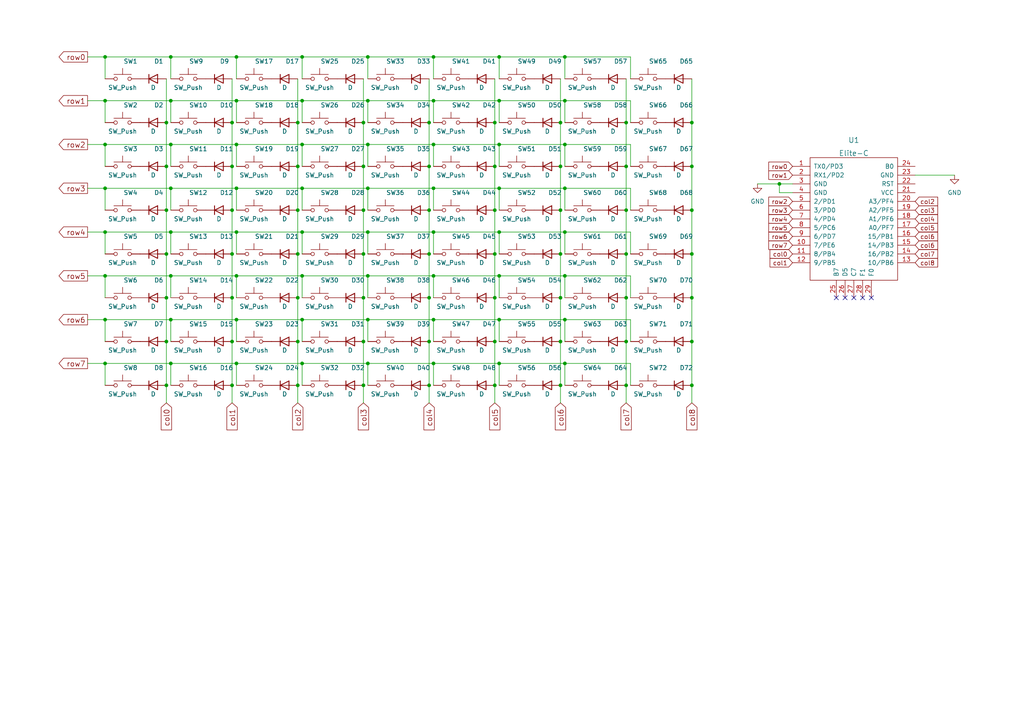
<source format=kicad_sch>
(kicad_sch (version 20210621) (generator eeschema)
  (paper "A4")
  (title_block (date "2019-08-06") (rev "0.1"))
  (junction (at 30.48 16.51))
  (junction (at 30.48 29.21))
  (junction (at 30.48 41.91))
  (junction (at 30.48 54.61))
  (junction (at 30.48 67.31))
  (junction (at 30.48 80.01))
  (junction (at 30.48 92.71))
  (junction (at 30.48 105.41))
  (junction (at 48.26 35.56))
  (junction (at 48.26 48.26))
  (junction (at 48.26 60.96))
  (junction (at 48.26 73.66))
  (junction (at 48.26 86.36))
  (junction (at 48.26 99.06))
  (junction (at 48.26 111.76))
  (junction (at 49.53 16.51))
  (junction (at 49.53 29.21))
  (junction (at 49.53 41.91))
  (junction (at 49.53 54.61))
  (junction (at 49.53 67.31))
  (junction (at 49.53 80.01))
  (junction (at 49.53 92.71))
  (junction (at 49.53 105.41))
  (junction (at 67.31 35.56))
  (junction (at 67.31 48.26))
  (junction (at 67.31 60.96))
  (junction (at 67.31 73.66))
  (junction (at 67.31 86.36))
  (junction (at 67.31 99.06))
  (junction (at 67.31 111.76))
  (junction (at 68.58 16.51))
  (junction (at 68.58 29.21))
  (junction (at 68.58 41.91))
  (junction (at 68.58 54.61))
  (junction (at 68.58 67.31))
  (junction (at 68.58 80.01))
  (junction (at 68.58 92.71))
  (junction (at 68.58 105.41))
  (junction (at 86.36 35.56))
  (junction (at 86.36 48.26))
  (junction (at 86.36 60.96))
  (junction (at 86.36 73.66))
  (junction (at 86.36 86.36))
  (junction (at 86.36 99.06))
  (junction (at 86.36 111.76))
  (junction (at 87.63 16.51))
  (junction (at 87.63 29.21))
  (junction (at 87.63 41.91))
  (junction (at 87.63 54.61))
  (junction (at 87.63 67.31))
  (junction (at 87.63 80.01))
  (junction (at 87.63 92.71))
  (junction (at 87.63 105.41))
  (junction (at 105.41 35.56))
  (junction (at 105.41 48.26))
  (junction (at 105.41 60.96))
  (junction (at 105.41 73.66))
  (junction (at 105.41 86.36))
  (junction (at 105.41 99.06))
  (junction (at 105.41 111.76))
  (junction (at 106.68 16.51))
  (junction (at 106.68 29.21))
  (junction (at 106.68 41.91))
  (junction (at 106.68 54.61))
  (junction (at 106.68 67.31))
  (junction (at 106.68 80.01))
  (junction (at 106.68 92.71))
  (junction (at 106.68 105.41))
  (junction (at 124.46 35.56))
  (junction (at 124.46 48.26))
  (junction (at 124.46 60.96))
  (junction (at 124.46 73.66))
  (junction (at 124.46 86.36))
  (junction (at 124.46 99.06))
  (junction (at 124.46 111.76))
  (junction (at 125.73 16.51))
  (junction (at 125.73 29.21))
  (junction (at 125.73 41.91))
  (junction (at 125.73 54.61))
  (junction (at 125.73 67.31))
  (junction (at 125.73 80.01))
  (junction (at 125.73 92.71))
  (junction (at 125.73 105.41))
  (junction (at 143.51 35.56))
  (junction (at 143.51 48.26))
  (junction (at 143.51 60.96))
  (junction (at 143.51 73.66))
  (junction (at 143.51 86.36))
  (junction (at 143.51 99.06))
  (junction (at 143.51 111.76))
  (junction (at 144.78 16.51))
  (junction (at 144.78 29.21))
  (junction (at 144.78 41.91))
  (junction (at 144.78 54.61))
  (junction (at 144.78 67.31))
  (junction (at 144.78 80.01))
  (junction (at 144.78 92.71))
  (junction (at 144.78 105.41))
  (junction (at 162.56 35.56))
  (junction (at 162.56 48.26))
  (junction (at 162.56 60.96))
  (junction (at 162.56 73.66))
  (junction (at 162.56 86.36))
  (junction (at 162.56 99.06))
  (junction (at 162.56 111.76))
  (junction (at 163.83 16.51))
  (junction (at 163.83 29.21))
  (junction (at 163.83 41.91))
  (junction (at 163.83 54.61))
  (junction (at 163.83 67.31))
  (junction (at 163.83 80.01))
  (junction (at 163.83 92.71))
  (junction (at 163.83 105.41))
  (junction (at 181.61 35.56))
  (junction (at 181.61 48.26))
  (junction (at 181.61 60.96))
  (junction (at 181.61 73.66))
  (junction (at 181.61 86.36))
  (junction (at 181.61 99.06))
  (junction (at 181.61 111.76))
  (junction (at 200.66 35.56))
  (junction (at 200.66 48.26))
  (junction (at 200.66 60.96))
  (junction (at 200.66 73.66))
  (junction (at 200.66 86.36))
  (junction (at 200.66 99.06))
  (junction (at 200.66 111.76))
  (junction (at 226.06 53.34))
  (no_connect (at 242.57 86.36))
  (no_connect (at 245.11 86.36))
  (no_connect (at 247.65 86.36))
  (no_connect (at 250.19 86.36))
  (no_connect (at 252.73 86.36))
  (wire (pts (xy 25.4 16.51) (xy 30.48 16.51)))
  (wire (pts (xy 25.4 29.21) (xy 30.48 29.21)))
  (wire (pts (xy 25.4 41.91) (xy 30.48 41.91)))
  (wire (pts (xy 25.4 54.61) (xy 30.48 54.61)))
  (wire (pts (xy 25.4 67.31) (xy 30.48 67.31)))
  (wire (pts (xy 25.4 80.01) (xy 30.48 80.01)))
  (wire (pts (xy 25.4 92.71) (xy 30.48 92.71)))
  (wire (pts (xy 25.4 105.41) (xy 30.48 105.41)))
  (wire (pts (xy 30.48 16.51) (xy 30.48 22.86)))
  (wire (pts (xy 30.48 16.51) (xy 49.53 16.51)))
  (wire (pts (xy 30.48 29.21) (xy 30.48 35.56)))
  (wire (pts (xy 30.48 29.21) (xy 49.53 29.21)))
  (wire (pts (xy 30.48 41.91) (xy 30.48 48.26)))
  (wire (pts (xy 30.48 41.91) (xy 49.53 41.91)))
  (wire (pts (xy 30.48 54.61) (xy 30.48 60.96)))
  (wire (pts (xy 30.48 54.61) (xy 49.53 54.61)))
  (wire (pts (xy 30.48 67.31) (xy 30.48 73.66)))
  (wire (pts (xy 30.48 67.31) (xy 49.53 67.31)))
  (wire (pts (xy 30.48 80.01) (xy 30.48 86.36)))
  (wire (pts (xy 30.48 80.01) (xy 49.53 80.01)))
  (wire (pts (xy 30.48 92.71) (xy 30.48 99.06)))
  (wire (pts (xy 30.48 92.71) (xy 49.53 92.71)))
  (wire (pts (xy 30.48 105.41) (xy 30.48 111.76)))
  (wire (pts (xy 30.48 105.41) (xy 49.53 105.41)))
  (wire (pts (xy 48.26 22.86) (xy 48.26 35.56)))
  (wire (pts (xy 48.26 35.56) (xy 48.26 48.26)))
  (wire (pts (xy 48.26 48.26) (xy 48.26 60.96)))
  (wire (pts (xy 48.26 60.96) (xy 48.26 73.66)))
  (wire (pts (xy 48.26 73.66) (xy 48.26 86.36)))
  (wire (pts (xy 48.26 86.36) (xy 48.26 99.06)))
  (wire (pts (xy 48.26 99.06) (xy 48.26 111.76)))
  (wire (pts (xy 48.26 111.76) (xy 48.26 116.84)))
  (wire (pts (xy 49.53 16.51) (xy 49.53 22.86)))
  (wire (pts (xy 49.53 16.51) (xy 68.58 16.51)))
  (wire (pts (xy 49.53 29.21) (xy 49.53 35.56)))
  (wire (pts (xy 49.53 29.21) (xy 68.58 29.21)))
  (wire (pts (xy 49.53 41.91) (xy 49.53 48.26)))
  (wire (pts (xy 49.53 41.91) (xy 68.58 41.91)))
  (wire (pts (xy 49.53 54.61) (xy 49.53 60.96)))
  (wire (pts (xy 49.53 54.61) (xy 68.58 54.61)))
  (wire (pts (xy 49.53 67.31) (xy 49.53 73.66)))
  (wire (pts (xy 49.53 67.31) (xy 68.58 67.31)))
  (wire (pts (xy 49.53 80.01) (xy 49.53 86.36)))
  (wire (pts (xy 49.53 80.01) (xy 68.58 80.01)))
  (wire (pts (xy 49.53 92.71) (xy 49.53 99.06)))
  (wire (pts (xy 49.53 92.71) (xy 68.58 92.71)))
  (wire (pts (xy 49.53 105.41) (xy 49.53 111.76)))
  (wire (pts (xy 49.53 105.41) (xy 68.58 105.41)))
  (wire (pts (xy 67.31 22.86) (xy 67.31 35.56)))
  (wire (pts (xy 67.31 35.56) (xy 67.31 48.26)))
  (wire (pts (xy 67.31 48.26) (xy 67.31 60.96)))
  (wire (pts (xy 67.31 60.96) (xy 67.31 73.66)))
  (wire (pts (xy 67.31 73.66) (xy 67.31 86.36)))
  (wire (pts (xy 67.31 86.36) (xy 67.31 99.06)))
  (wire (pts (xy 67.31 99.06) (xy 67.31 111.76)))
  (wire (pts (xy 67.31 111.76) (xy 67.31 116.84)))
  (wire (pts (xy 68.58 16.51) (xy 68.58 22.86)))
  (wire (pts (xy 68.58 16.51) (xy 87.63 16.51)))
  (wire (pts (xy 68.58 29.21) (xy 68.58 35.56)))
  (wire (pts (xy 68.58 29.21) (xy 87.63 29.21)))
  (wire (pts (xy 68.58 41.91) (xy 68.58 48.26)))
  (wire (pts (xy 68.58 41.91) (xy 87.63 41.91)))
  (wire (pts (xy 68.58 54.61) (xy 68.58 60.96)))
  (wire (pts (xy 68.58 54.61) (xy 87.63 54.61)))
  (wire (pts (xy 68.58 67.31) (xy 68.58 73.66)))
  (wire (pts (xy 68.58 67.31) (xy 87.63 67.31)))
  (wire (pts (xy 68.58 80.01) (xy 68.58 86.36)))
  (wire (pts (xy 68.58 80.01) (xy 87.63 80.01)))
  (wire (pts (xy 68.58 92.71) (xy 68.58 99.06)))
  (wire (pts (xy 68.58 92.71) (xy 87.63 92.71)))
  (wire (pts (xy 68.58 105.41) (xy 68.58 111.76)))
  (wire (pts (xy 68.58 105.41) (xy 87.63 105.41)))
  (wire (pts (xy 86.36 22.86) (xy 86.36 35.56)))
  (wire (pts (xy 86.36 35.56) (xy 86.36 48.26)))
  (wire (pts (xy 86.36 48.26) (xy 86.36 60.96)))
  (wire (pts (xy 86.36 60.96) (xy 86.36 73.66)))
  (wire (pts (xy 86.36 73.66) (xy 86.36 86.36)))
  (wire (pts (xy 86.36 86.36) (xy 86.36 99.06)))
  (wire (pts (xy 86.36 99.06) (xy 86.36 111.76)))
  (wire (pts (xy 86.36 111.76) (xy 86.36 116.84)))
  (wire (pts (xy 87.63 16.51) (xy 87.63 22.86)))
  (wire (pts (xy 87.63 16.51) (xy 106.68 16.51)))
  (wire (pts (xy 87.63 29.21) (xy 87.63 35.56)))
  (wire (pts (xy 87.63 29.21) (xy 106.68 29.21)))
  (wire (pts (xy 87.63 41.91) (xy 87.63 48.26)))
  (wire (pts (xy 87.63 41.91) (xy 106.68 41.91)))
  (wire (pts (xy 87.63 54.61) (xy 87.63 60.96)))
  (wire (pts (xy 87.63 54.61) (xy 106.68 54.61)))
  (wire (pts (xy 87.63 67.31) (xy 87.63 73.66)))
  (wire (pts (xy 87.63 67.31) (xy 106.68 67.31)))
  (wire (pts (xy 87.63 80.01) (xy 87.63 86.36)))
  (wire (pts (xy 87.63 80.01) (xy 106.68 80.01)))
  (wire (pts (xy 87.63 92.71) (xy 87.63 99.06)))
  (wire (pts (xy 87.63 92.71) (xy 106.68 92.71)))
  (wire (pts (xy 87.63 105.41) (xy 87.63 111.76)))
  (wire (pts (xy 87.63 105.41) (xy 106.68 105.41)))
  (wire (pts (xy 105.41 22.86) (xy 105.41 35.56)))
  (wire (pts (xy 105.41 35.56) (xy 105.41 48.26)))
  (wire (pts (xy 105.41 48.26) (xy 105.41 60.96)))
  (wire (pts (xy 105.41 60.96) (xy 105.41 73.66)))
  (wire (pts (xy 105.41 73.66) (xy 105.41 86.36)))
  (wire (pts (xy 105.41 86.36) (xy 105.41 99.06)))
  (wire (pts (xy 105.41 99.06) (xy 105.41 111.76)))
  (wire (pts (xy 105.41 111.76) (xy 105.41 116.84)))
  (wire (pts (xy 106.68 16.51) (xy 106.68 22.86)))
  (wire (pts (xy 106.68 16.51) (xy 125.73 16.51)))
  (wire (pts (xy 106.68 29.21) (xy 106.68 35.56)))
  (wire (pts (xy 106.68 29.21) (xy 125.73 29.21)))
  (wire (pts (xy 106.68 41.91) (xy 106.68 48.26)))
  (wire (pts (xy 106.68 41.91) (xy 125.73 41.91)))
  (wire (pts (xy 106.68 54.61) (xy 106.68 60.96)))
  (wire (pts (xy 106.68 54.61) (xy 125.73 54.61)))
  (wire (pts (xy 106.68 67.31) (xy 106.68 73.66)))
  (wire (pts (xy 106.68 67.31) (xy 125.73 67.31)))
  (wire (pts (xy 106.68 80.01) (xy 106.68 86.36)))
  (wire (pts (xy 106.68 80.01) (xy 125.73 80.01)))
  (wire (pts (xy 106.68 92.71) (xy 106.68 99.06)))
  (wire (pts (xy 106.68 92.71) (xy 125.73 92.71)))
  (wire (pts (xy 106.68 105.41) (xy 106.68 111.76)))
  (wire (pts (xy 106.68 105.41) (xy 125.73 105.41)))
  (wire (pts (xy 124.46 22.86) (xy 124.46 35.56)))
  (wire (pts (xy 124.46 35.56) (xy 124.46 48.26)))
  (wire (pts (xy 124.46 48.26) (xy 124.46 60.96)))
  (wire (pts (xy 124.46 60.96) (xy 124.46 73.66)))
  (wire (pts (xy 124.46 73.66) (xy 124.46 86.36)))
  (wire (pts (xy 124.46 86.36) (xy 124.46 99.06)))
  (wire (pts (xy 124.46 99.06) (xy 124.46 111.76)))
  (wire (pts (xy 124.46 111.76) (xy 124.46 116.84)))
  (wire (pts (xy 125.73 16.51) (xy 125.73 22.86)))
  (wire (pts (xy 125.73 16.51) (xy 144.78 16.51)))
  (wire (pts (xy 125.73 29.21) (xy 125.73 35.56)))
  (wire (pts (xy 125.73 29.21) (xy 144.78 29.21)))
  (wire (pts (xy 125.73 41.91) (xy 125.73 48.26)))
  (wire (pts (xy 125.73 41.91) (xy 144.78 41.91)))
  (wire (pts (xy 125.73 54.61) (xy 125.73 60.96)))
  (wire (pts (xy 125.73 54.61) (xy 144.78 54.61)))
  (wire (pts (xy 125.73 67.31) (xy 125.73 73.66)))
  (wire (pts (xy 125.73 67.31) (xy 144.78 67.31)))
  (wire (pts (xy 125.73 80.01) (xy 125.73 86.36)))
  (wire (pts (xy 125.73 80.01) (xy 144.78 80.01)))
  (wire (pts (xy 125.73 92.71) (xy 125.73 99.06)))
  (wire (pts (xy 125.73 92.71) (xy 144.78 92.71)))
  (wire (pts (xy 125.73 105.41) (xy 125.73 111.76)))
  (wire (pts (xy 125.73 105.41) (xy 144.78 105.41)))
  (wire (pts (xy 143.51 22.86) (xy 143.51 35.56)))
  (wire (pts (xy 143.51 35.56) (xy 143.51 48.26)))
  (wire (pts (xy 143.51 48.26) (xy 143.51 60.96)))
  (wire (pts (xy 143.51 60.96) (xy 143.51 73.66)))
  (wire (pts (xy 143.51 73.66) (xy 143.51 86.36)))
  (wire (pts (xy 143.51 86.36) (xy 143.51 99.06)))
  (wire (pts (xy 143.51 99.06) (xy 143.51 111.76)))
  (wire (pts (xy 143.51 111.76) (xy 143.51 116.84)))
  (wire (pts (xy 144.78 16.51) (xy 144.78 22.86)))
  (wire (pts (xy 144.78 16.51) (xy 163.83 16.51)))
  (wire (pts (xy 144.78 29.21) (xy 144.78 35.56)))
  (wire (pts (xy 144.78 29.21) (xy 163.83 29.21)))
  (wire (pts (xy 144.78 41.91) (xy 144.78 48.26)))
  (wire (pts (xy 144.78 41.91) (xy 163.83 41.91)))
  (wire (pts (xy 144.78 54.61) (xy 144.78 60.96)))
  (wire (pts (xy 144.78 54.61) (xy 163.83 54.61)))
  (wire (pts (xy 144.78 67.31) (xy 144.78 73.66)))
  (wire (pts (xy 144.78 67.31) (xy 163.83 67.31)))
  (wire (pts (xy 144.78 80.01) (xy 144.78 86.36)))
  (wire (pts (xy 144.78 80.01) (xy 163.83 80.01)))
  (wire (pts (xy 144.78 92.71) (xy 144.78 99.06)))
  (wire (pts (xy 144.78 92.71) (xy 163.83 92.71)))
  (wire (pts (xy 144.78 105.41) (xy 144.78 111.76)))
  (wire (pts (xy 144.78 105.41) (xy 163.83 105.41)))
  (wire (pts (xy 162.56 22.86) (xy 162.56 35.56)))
  (wire (pts (xy 162.56 35.56) (xy 162.56 48.26)))
  (wire (pts (xy 162.56 48.26) (xy 162.56 60.96)))
  (wire (pts (xy 162.56 60.96) (xy 162.56 73.66)))
  (wire (pts (xy 162.56 73.66) (xy 162.56 86.36)))
  (wire (pts (xy 162.56 86.36) (xy 162.56 99.06)))
  (wire (pts (xy 162.56 99.06) (xy 162.56 111.76)))
  (wire (pts (xy 162.56 111.76) (xy 162.56 116.84)))
  (wire (pts (xy 163.83 16.51) (xy 163.83 22.86)))
  (wire (pts (xy 163.83 16.51) (xy 182.88 16.51)))
  (wire (pts (xy 163.83 29.21) (xy 163.83 35.56)))
  (wire (pts (xy 163.83 29.21) (xy 182.88 29.21)))
  (wire (pts (xy 163.83 41.91) (xy 163.83 48.26)))
  (wire (pts (xy 163.83 41.91) (xy 182.88 41.91)))
  (wire (pts (xy 163.83 54.61) (xy 163.83 60.96)))
  (wire (pts (xy 163.83 54.61) (xy 182.88 54.61)))
  (wire (pts (xy 163.83 67.31) (xy 163.83 73.66)))
  (wire (pts (xy 163.83 67.31) (xy 182.88 67.31)))
  (wire (pts (xy 163.83 80.01) (xy 163.83 86.36)))
  (wire (pts (xy 163.83 80.01) (xy 182.88 80.01)))
  (wire (pts (xy 163.83 92.71) (xy 163.83 99.06)))
  (wire (pts (xy 163.83 92.71) (xy 182.88 92.71)))
  (wire (pts (xy 163.83 105.41) (xy 163.83 111.76)))
  (wire (pts (xy 163.83 105.41) (xy 182.88 105.41)))
  (wire (pts (xy 181.61 22.86) (xy 181.61 35.56)))
  (wire (pts (xy 181.61 35.56) (xy 181.61 48.26)))
  (wire (pts (xy 181.61 48.26) (xy 181.61 60.96)))
  (wire (pts (xy 181.61 60.96) (xy 181.61 73.66)))
  (wire (pts (xy 181.61 73.66) (xy 181.61 86.36)))
  (wire (pts (xy 181.61 86.36) (xy 181.61 99.06)))
  (wire (pts (xy 181.61 99.06) (xy 181.61 111.76)))
  (wire (pts (xy 181.61 111.76) (xy 181.61 116.84)))
  (wire (pts (xy 182.88 16.51) (xy 182.88 22.86)))
  (wire (pts (xy 182.88 29.21) (xy 182.88 35.56)))
  (wire (pts (xy 182.88 41.91) (xy 182.88 48.26)))
  (wire (pts (xy 182.88 54.61) (xy 182.88 60.96)))
  (wire (pts (xy 182.88 67.31) (xy 182.88 73.66)))
  (wire (pts (xy 182.88 80.01) (xy 182.88 86.36)))
  (wire (pts (xy 182.88 92.71) (xy 182.88 99.06)))
  (wire (pts (xy 182.88 105.41) (xy 182.88 111.76)))
  (wire (pts (xy 200.66 22.86) (xy 200.66 35.56)))
  (wire (pts (xy 200.66 35.56) (xy 200.66 48.26)))
  (wire (pts (xy 200.66 48.26) (xy 200.66 60.96)))
  (wire (pts (xy 200.66 60.96) (xy 200.66 73.66)))
  (wire (pts (xy 200.66 73.66) (xy 200.66 86.36)))
  (wire (pts (xy 200.66 86.36) (xy 200.66 99.06)))
  (wire (pts (xy 200.66 99.06) (xy 200.66 111.76)))
  (wire (pts (xy 200.66 111.76) (xy 200.66 116.84)))
  (wire (pts (xy 219.71 53.34) (xy 226.06 53.34)))
  (wire (pts (xy 226.06 53.34) (xy 229.87 53.34)))
  (wire (pts (xy 226.06 55.88) (xy 226.06 53.34)))
  (wire (pts (xy 229.87 55.88) (xy 226.06 55.88)))
  (wire (pts (xy 265.43 50.8) (xy 276.86 50.8)))
  (global_label "row0" (shape output) (at 25.4 16.51 180) (effects (font (size 1.524 1.524))) (property "Intersheet References" "${INTERSHEET_REFS}" (effects hide)))
  (global_label "row1" (shape output) (at 25.4 29.21 180) (effects (font (size 1.524 1.524))) (property "Intersheet References" "${INTERSHEET_REFS}" (effects hide)))
  (global_label "row2" (shape output) (at 25.4 41.91 180) (effects (font (size 1.524 1.524))) (property "Intersheet References" "${INTERSHEET_REFS}" (effects hide)))
  (global_label "row3" (shape output) (at 25.4 54.61 180) (effects (font (size 1.524 1.524))) (property "Intersheet References" "${INTERSHEET_REFS}" (effects hide)))
  (global_label "row4" (shape output) (at 25.4 67.31 180) (effects (font (size 1.524 1.524))) (property "Intersheet References" "${INTERSHEET_REFS}" (effects hide)))
  (global_label "row5" (shape output) (at 25.4 80.01 180) (effects (font (size 1.524 1.524))) (property "Intersheet References" "${INTERSHEET_REFS}" (effects hide)))
  (global_label "row6" (shape output) (at 25.4 92.71 180) (effects (font (size 1.524 1.524))) (property "Intersheet References" "${INTERSHEET_REFS}" (effects hide)))
  (global_label "row7" (shape output) (at 25.4 105.41 180) (effects (font (size 1.524 1.524))) (property "Intersheet References" "${INTERSHEET_REFS}" (effects hide)))
  (global_label "col0" (shape input) (at 48.26 116.84 270) (effects (font (size 1.524 1.524))) (property "Intersheet References" "${INTERSHEET_REFS}" (effects hide)))
  (global_label "col1" (shape input) (at 67.31 116.84 270) (effects (font (size 1.524 1.524))) (property "Intersheet References" "${INTERSHEET_REFS}" (effects hide)))
  (global_label "col2" (shape input) (at 86.36 116.84 270) (effects (font (size 1.524 1.524))) (property "Intersheet References" "${INTERSHEET_REFS}" (effects hide)))
  (global_label "col3" (shape input) (at 105.41 116.84 270) (effects (font (size 1.524 1.524))) (property "Intersheet References" "${INTERSHEET_REFS}" (effects hide)))
  (global_label "col4" (shape input) (at 124.46 116.84 270) (effects (font (size 1.524 1.524))) (property "Intersheet References" "${INTERSHEET_REFS}" (effects hide)))
  (global_label "col5" (shape input) (at 143.51 116.84 270) (effects (font (size 1.524 1.524))) (property "Intersheet References" "${INTERSHEET_REFS}" (effects hide)))
  (global_label "col6" (shape input) (at 162.56 116.84 270) (effects (font (size 1.524 1.524))) (property "Intersheet References" "${INTERSHEET_REFS}" (effects hide)))
  (global_label "col7" (shape input) (at 181.61 116.84 270) (effects (font (size 1.524 1.524))) (property "Intersheet References" "${INTERSHEET_REFS}" (effects hide)))
  (global_label "col8" (shape input) (at 200.66 116.84 270) (effects (font (size 1.524 1.524))) (property "Intersheet References" "${INTERSHEET_REFS}" (effects hide)))
  (global_label "row0" (shape input) (at 229.87 48.26 180) (property "Intersheet References" "${INTERSHEET_REFS}" (effects hide)))
  (global_label "row1" (shape input) (at 229.87 50.8 180) (property "Intersheet References" "${INTERSHEET_REFS}" (effects hide)))
  (global_label "row2" (shape input) (at 229.87 58.42 180) (property "Intersheet References" "${INTERSHEET_REFS}" (effects hide)))
  (global_label "row3" (shape input) (at 229.87 60.96 180) (property "Intersheet References" "${INTERSHEET_REFS}" (effects hide)))
  (global_label "row4" (shape input) (at 229.87 63.5 180) (property "Intersheet References" "${INTERSHEET_REFS}" (effects hide)))
  (global_label "row5" (shape input) (at 229.87 66.04 180) (property "Intersheet References" "${INTERSHEET_REFS}" (effects hide)))
  (global_label "row6" (shape input) (at 229.87 68.58 180) (property "Intersheet References" "${INTERSHEET_REFS}" (effects hide)))
  (global_label "row7" (shape input) (at 229.87 71.12 180) (property "Intersheet References" "${INTERSHEET_REFS}" (effects hide)))
  (global_label "col0" (shape input) (at 229.87 73.66 180) (property "Intersheet References" "${INTERSHEET_REFS}" (effects hide)))
  (global_label "col1" (shape input) (at 229.87 76.2 180) (property "Intersheet References" "${INTERSHEET_REFS}" (effects hide)))
  (global_label "col2" (shape input) (at 265.43 58.42 0) (property "Intersheet References" "${INTERSHEET_REFS}" (effects hide)))
  (global_label "col3" (shape input) (at 265.43 60.96 0) (property "Intersheet References" "${INTERSHEET_REFS}" (effects hide)))
  (global_label "col4" (shape input) (at 265.43 63.5 0) (property "Intersheet References" "${INTERSHEET_REFS}" (effects hide)))
  (global_label "col5" (shape input) (at 265.43 66.04 0) (property "Intersheet References" "${INTERSHEET_REFS}" (effects hide)))
  (global_label "col6" (shape input) (at 265.43 68.58 0) (property "Intersheet References" "${INTERSHEET_REFS}" (effects hide)))
  (global_label "col6" (shape input) (at 265.43 71.12 0) (property "Intersheet References" "${INTERSHEET_REFS}" (effects hide)))
  (global_label "col7" (shape input) (at 265.43 73.66 0) (property "Intersheet References" "${INTERSHEET_REFS}" (effects hide)))
  (global_label "col8" (shape input) (at 265.43 76.2 0) (property "Intersheet References" "${INTERSHEET_REFS}" (effects hide)))
  (symbol (lib_id "power:GND") (at 219.71 53.34 0) (unit 1)
    (property "Reference" "#PWR0102" (effects hide))
    (property "Value" "GND" (at 219.71 58.42 0))
  )
  (symbol (lib_id "power:GND") (at 276.86 50.8 0) (unit 1)
    (property "Reference" "#PWR0101" (effects hide))
    (property "Value" "GND" (at 276.86 55.88 0))
  )
  (symbol (lib_id "Device:D") (at 44.45 22.86 0) (unit 1)
    (property "Reference" "D1" (at 44.704 17.78 0) (effects (justify left)))
    (property "Value" "D" (at 44.45 25.4 0))
    (property "Footprint" "Diode_SMD:D_SOD-128" (effects hide))
  )
  (symbol (lib_id "Device:D") (at 44.45 35.56 0) (unit 1)
    (property "Reference" "D2" (at 44.704 30.48 0) (effects (justify left)))
    (property "Value" "D" (at 44.45 38.1 0))
    (property "Footprint" "Diode_SMD:D_SOD-128" (effects hide))
  )
  (symbol (lib_id "Device:D") (at 44.45 48.26 0) (unit 1)
    (property "Reference" "D3" (at 44.704 43.18 0) (effects (justify left)))
    (property "Value" "D" (at 44.45 50.8 0))
    (property "Footprint" "Diode_SMD:D_SOD-128" (effects hide))
  )
  (symbol (lib_id "Device:D") (at 44.45 60.96 0) (unit 1)
    (property "Reference" "D4" (at 44.704 55.88 0) (effects (justify left)))
    (property "Value" "D" (at 44.45 63.5 0))
    (property "Footprint" "Diode_SMD:D_SOD-128" (effects hide))
  )
  (symbol (lib_id "Device:D") (at 44.45 73.66 0) (unit 1)
    (property "Reference" "D5" (at 44.704 68.58 0) (effects (justify left)))
    (property "Value" "D" (at 44.45 76.2 0))
    (property "Footprint" "Diode_SMD:D_SOD-128" (effects hide))
  )
  (symbol (lib_id "Device:D") (at 44.45 86.36 0) (unit 1)
    (property "Reference" "D6" (at 44.704 81.28 0) (effects (justify left)))
    (property "Value" "D" (at 44.45 88.9 0))
    (property "Footprint" "Diode_SMD:D_SOD-128" (effects hide))
  )
  (symbol (lib_id "Device:D") (at 44.45 99.06 0) (unit 1)
    (property "Reference" "D7" (at 44.704 93.98 0) (effects (justify left)))
    (property "Value" "D" (at 44.45 101.6 0))
    (property "Footprint" "Diode_SMD:D_SOD-128" (effects hide))
  )
  (symbol (lib_id "Device:D") (at 44.45 111.76 0) (unit 1)
    (property "Reference" "D8" (at 44.704 106.68 0) (effects (justify left)))
    (property "Value" "D" (at 44.45 114.3 0))
    (property "Footprint" "Diode_SMD:D_SOD-128" (effects hide))
  )
  (symbol (lib_id "Device:D") (at 63.5 22.86 0) (unit 1)
    (property "Reference" "D9" (at 63.754 17.78 0) (effects (justify left)))
    (property "Value" "D" (at 63.5 25.4 0))
    (property "Footprint" "Diode_SMD:D_SOD-128" (effects hide))
  )
  (symbol (lib_id "Device:D") (at 63.5 35.56 0) (unit 1)
    (property "Reference" "D10" (at 63.754 30.48 0) (effects (justify left)))
    (property "Value" "D" (at 63.5 38.1 0))
    (property "Footprint" "Diode_SMD:D_SOD-128" (effects hide))
  )
  (symbol (lib_id "Device:D") (at 63.5 48.26 0) (unit 1)
    (property "Reference" "D11" (at 63.754 43.18 0) (effects (justify left)))
    (property "Value" "D" (at 63.5 50.8 0))
    (property "Footprint" "Diode_SMD:D_SOD-128" (effects hide))
  )
  (symbol (lib_id "Device:D") (at 63.5 60.96 0) (unit 1)
    (property "Reference" "D12" (at 63.754 55.88 0) (effects (justify left)))
    (property "Value" "D" (at 63.5 63.5 0))
    (property "Footprint" "Diode_SMD:D_SOD-128" (effects hide))
  )
  (symbol (lib_id "Device:D") (at 63.5 73.66 0) (unit 1)
    (property "Reference" "D13" (at 63.754 68.58 0) (effects (justify left)))
    (property "Value" "D" (at 63.5 76.2 0))
    (property "Footprint" "Diode_SMD:D_SOD-128" (effects hide))
  )
  (symbol (lib_id "Device:D") (at 63.5 86.36 0) (unit 1)
    (property "Reference" "D14" (at 63.754 81.28 0) (effects (justify left)))
    (property "Value" "D" (at 63.5 88.9 0))
    (property "Footprint" "Diode_SMD:D_SOD-128" (effects hide))
  )
  (symbol (lib_id "Device:D") (at 63.5 99.06 0) (unit 1)
    (property "Reference" "D15" (at 63.754 93.98 0) (effects (justify left)))
    (property "Value" "D" (at 63.5 101.6 0))
    (property "Footprint" "Diode_SMD:D_SOD-128" (effects hide))
  )
  (symbol (lib_id "Device:D") (at 63.5 111.76 0) (unit 1)
    (property "Reference" "D16" (at 63.754 106.68 0) (effects (justify left)))
    (property "Value" "D" (at 63.5 114.3 0))
    (property "Footprint" "Diode_SMD:D_SOD-128" (effects hide))
  )
  (symbol (lib_id "Device:D") (at 82.55 22.86 0) (unit 1)
    (property "Reference" "D17" (at 82.804 17.78 0) (effects (justify left)))
    (property "Value" "D" (at 82.55 25.4 0))
    (property "Footprint" "Diode_SMD:D_SOD-128" (effects hide))
  )
  (symbol (lib_id "Device:D") (at 82.55 35.56 0) (unit 1)
    (property "Reference" "D18" (at 82.804 30.48 0) (effects (justify left)))
    (property "Value" "D" (at 82.55 38.1 0))
    (property "Footprint" "Diode_SMD:D_SOD-128" (effects hide))
  )
  (symbol (lib_id "Device:D") (at 82.55 48.26 0) (unit 1)
    (property "Reference" "D19" (at 82.804 43.18 0) (effects (justify left)))
    (property "Value" "D" (at 82.55 50.8 0))
    (property "Footprint" "Diode_SMD:D_SOD-128" (effects hide))
  )
  (symbol (lib_id "Device:D") (at 82.55 60.96 0) (unit 1)
    (property "Reference" "D20" (at 82.804 55.88 0) (effects (justify left)))
    (property "Value" "D" (at 82.55 63.5 0))
    (property "Footprint" "Diode_SMD:D_SOD-128" (effects hide))
  )
  (symbol (lib_id "Device:D") (at 82.55 73.66 0) (unit 1)
    (property "Reference" "D21" (at 82.804 68.58 0) (effects (justify left)))
    (property "Value" "D" (at 82.55 76.2 0))
    (property "Footprint" "Diode_SMD:D_SOD-128" (effects hide))
  )
  (symbol (lib_id "Device:D") (at 82.55 86.36 0) (unit 1)
    (property "Reference" "D22" (at 82.804 81.28 0) (effects (justify left)))
    (property "Value" "D" (at 82.55 88.9 0))
    (property "Footprint" "Diode_SMD:D_SOD-128" (effects hide))
  )
  (symbol (lib_id "Device:D") (at 82.55 99.06 0) (unit 1)
    (property "Reference" "D23" (at 82.804 93.98 0) (effects (justify left)))
    (property "Value" "D" (at 82.55 101.6 0))
    (property "Footprint" "Diode_SMD:D_SOD-128" (effects hide))
  )
  (symbol (lib_id "Device:D") (at 82.55 111.76 0) (unit 1)
    (property "Reference" "D24" (at 82.804 106.68 0) (effects (justify left)))
    (property "Value" "D" (at 82.55 114.3 0))
    (property "Footprint" "Diode_SMD:D_SOD-128" (effects hide))
  )
  (symbol (lib_id "Device:D") (at 101.6 22.86 0) (unit 1)
    (property "Reference" "D25" (at 101.854 17.78 0) (effects (justify left)))
    (property "Value" "D" (at 101.6 25.4 0))
    (property "Footprint" "Diode_SMD:D_SOD-128" (effects hide))
  )
  (symbol (lib_id "Device:D") (at 101.6 35.56 0) (unit 1)
    (property "Reference" "D26" (at 101.854 30.48 0) (effects (justify left)))
    (property "Value" "D" (at 101.6 38.1 0))
    (property "Footprint" "Diode_SMD:D_SOD-128" (effects hide))
  )
  (symbol (lib_id "Device:D") (at 101.6 48.26 0) (unit 1)
    (property "Reference" "D27" (at 101.854 43.18 0) (effects (justify left)))
    (property "Value" "D" (at 101.6 50.8 0))
    (property "Footprint" "Diode_SMD:D_SOD-128" (effects hide))
  )
  (symbol (lib_id "Device:D") (at 101.6 60.96 0) (unit 1)
    (property "Reference" "D28" (at 101.854 55.88 0) (effects (justify left)))
    (property "Value" "D" (at 101.6 63.5 0))
    (property "Footprint" "Diode_SMD:D_SOD-128" (effects hide))
  )
  (symbol (lib_id "Device:D") (at 101.6 73.66 0) (unit 1)
    (property "Reference" "D29" (at 101.854 68.58 0) (effects (justify left)))
    (property "Value" "D" (at 101.6 76.2 0))
    (property "Footprint" "Diode_SMD:D_SOD-128" (effects hide))
  )
  (symbol (lib_id "Device:D") (at 101.6 86.36 0) (unit 1)
    (property "Reference" "D30" (at 101.854 81.28 0) (effects (justify left)))
    (property "Value" "D" (at 101.6 88.9 0))
    (property "Footprint" "Diode_SMD:D_SOD-128" (effects hide))
  )
  (symbol (lib_id "Device:D") (at 101.6 99.06 0) (unit 1)
    (property "Reference" "D31" (at 101.854 93.98 0) (effects (justify left)))
    (property "Value" "D" (at 101.6 101.6 0))
    (property "Footprint" "Diode_SMD:D_SOD-128" (effects hide))
  )
  (symbol (lib_id "Device:D") (at 101.6 111.76 0) (unit 1)
    (property "Reference" "D32" (at 101.854 106.68 0) (effects (justify left)))
    (property "Value" "D" (at 101.6 114.3 0))
    (property "Footprint" "Diode_SMD:D_SOD-128" (effects hide))
  )
  (symbol (lib_id "Device:D") (at 120.65 22.86 0) (unit 1)
    (property "Reference" "D33" (at 120.904 17.78 0) (effects (justify left)))
    (property "Value" "D" (at 120.65 25.4 0))
    (property "Footprint" "Diode_SMD:D_SOD-128" (effects hide))
  )
  (symbol (lib_id "Device:D") (at 120.65 35.56 0) (unit 1)
    (property "Reference" "D34" (at 120.904 30.48 0) (effects (justify left)))
    (property "Value" "D" (at 120.65 38.1 0))
    (property "Footprint" "Diode_SMD:D_SOD-128" (effects hide))
  )
  (symbol (lib_id "Device:D") (at 120.65 48.26 0) (unit 1)
    (property "Reference" "D35" (at 120.904 43.18 0) (effects (justify left)))
    (property "Value" "D" (at 120.65 50.8 0))
    (property "Footprint" "Diode_SMD:D_SOD-128" (effects hide))
  )
  (symbol (lib_id "Device:D") (at 120.65 60.96 0) (unit 1)
    (property "Reference" "D36" (at 120.904 55.88 0) (effects (justify left)))
    (property "Value" "D" (at 120.65 63.5 0))
    (property "Footprint" "Diode_SMD:D_SOD-128" (effects hide))
  )
  (symbol (lib_id "Device:D") (at 120.65 73.66 0) (unit 1)
    (property "Reference" "D37" (at 120.904 68.58 0) (effects (justify left)))
    (property "Value" "D" (at 120.65 76.2 0))
    (property "Footprint" "Diode_SMD:D_SOD-128" (effects hide))
  )
  (symbol (lib_id "Device:D") (at 120.65 86.36 0) (unit 1)
    (property "Reference" "D38" (at 120.904 81.28 0) (effects (justify left)))
    (property "Value" "D" (at 120.65 88.9 0))
    (property "Footprint" "Diode_SMD:D_SOD-128" (effects hide))
  )
  (symbol (lib_id "Device:D") (at 120.65 99.06 0) (unit 1)
    (property "Reference" "D39" (at 120.904 93.98 0) (effects (justify left)))
    (property "Value" "D" (at 120.65 101.6 0))
    (property "Footprint" "Diode_SMD:D_SOD-128" (effects hide))
  )
  (symbol (lib_id "Device:D") (at 120.65 111.76 0) (unit 1)
    (property "Reference" "D40" (at 120.904 106.68 0) (effects (justify left)))
    (property "Value" "D" (at 120.65 114.3 0))
    (property "Footprint" "Diode_SMD:D_SOD-128" (effects hide))
  )
  (symbol (lib_id "Device:D") (at 139.7 22.86 0) (unit 1)
    (property "Reference" "D41" (at 139.954 17.78 0) (effects (justify left)))
    (property "Value" "D" (at 139.7 25.4 0))
    (property "Footprint" "Diode_SMD:D_SOD-128" (effects hide))
  )
  (symbol (lib_id "Device:D") (at 139.7 35.56 0) (unit 1)
    (property "Reference" "D42" (at 139.954 30.48 0) (effects (justify left)))
    (property "Value" "D" (at 139.7 38.1 0))
    (property "Footprint" "Diode_SMD:D_SOD-128" (effects hide))
  )
  (symbol (lib_id "Device:D") (at 139.7 48.26 0) (unit 1)
    (property "Reference" "D43" (at 139.954 43.18 0) (effects (justify left)))
    (property "Value" "D" (at 139.7 50.8 0))
    (property "Footprint" "Diode_SMD:D_SOD-128" (effects hide))
  )
  (symbol (lib_id "Device:D") (at 139.7 60.96 0) (unit 1)
    (property "Reference" "D44" (at 139.954 55.88 0) (effects (justify left)))
    (property "Value" "D" (at 139.7 63.5 0))
    (property "Footprint" "Diode_SMD:D_SOD-128" (effects hide))
  )
  (symbol (lib_id "Device:D") (at 139.7 73.66 0) (unit 1)
    (property "Reference" "D45" (at 139.954 68.58 0) (effects (justify left)))
    (property "Value" "D" (at 139.7 76.2 0))
    (property "Footprint" "Diode_SMD:D_SOD-128" (effects hide))
  )
  (symbol (lib_id "Device:D") (at 139.7 86.36 0) (unit 1)
    (property "Reference" "D46" (at 139.954 81.28 0) (effects (justify left)))
    (property "Value" "D" (at 139.7 88.9 0))
    (property "Footprint" "Diode_SMD:D_SOD-128" (effects hide))
  )
  (symbol (lib_id "Device:D") (at 139.7 99.06 0) (unit 1)
    (property "Reference" "D47" (at 139.954 93.98 0) (effects (justify left)))
    (property "Value" "D" (at 139.7 101.6 0))
    (property "Footprint" "Diode_SMD:D_SOD-128" (effects hide))
  )
  (symbol (lib_id "Device:D") (at 139.7 111.76 0) (unit 1)
    (property "Reference" "D48" (at 139.954 106.68 0) (effects (justify left)))
    (property "Value" "D" (at 139.7 114.3 0))
    (property "Footprint" "Diode_SMD:D_SOD-128" (effects hide))
  )
  (symbol (lib_id "Device:D") (at 158.75 22.86 0) (unit 1)
    (property "Reference" "D49" (at 159.004 17.78 0) (effects (justify left)))
    (property "Value" "D" (at 158.75 25.4 0))
    (property "Footprint" "Diode_SMD:D_SOD-128" (effects hide))
  )
  (symbol (lib_id "Device:D") (at 158.75 35.56 0) (unit 1)
    (property "Reference" "D50" (at 159.004 30.48 0) (effects (justify left)))
    (property "Value" "D" (at 158.75 38.1 0))
    (property "Footprint" "Diode_SMD:D_SOD-128" (effects hide))
  )
  (symbol (lib_id "Device:D") (at 158.75 48.26 0) (unit 1)
    (property "Reference" "D51" (at 159.004 43.18 0) (effects (justify left)))
    (property "Value" "D" (at 158.75 50.8 0))
    (property "Footprint" "Diode_SMD:D_SOD-128" (effects hide))
  )
  (symbol (lib_id "Device:D") (at 158.75 60.96 0) (unit 1)
    (property "Reference" "D52" (at 159.004 55.88 0) (effects (justify left)))
    (property "Value" "D" (at 158.75 63.5 0))
    (property "Footprint" "Diode_SMD:D_SOD-128" (effects hide))
  )
  (symbol (lib_id "Device:D") (at 158.75 73.66 0) (unit 1)
    (property "Reference" "D53" (at 159.004 68.58 0) (effects (justify left)))
    (property "Value" "D" (at 158.75 76.2 0))
    (property "Footprint" "Diode_SMD:D_SOD-128" (effects hide))
  )
  (symbol (lib_id "Device:D") (at 158.75 86.36 0) (unit 1)
    (property "Reference" "D54" (at 159.004 81.28 0) (effects (justify left)))
    (property "Value" "D" (at 158.75 88.9 0))
    (property "Footprint" "Diode_SMD:D_SOD-128" (effects hide))
  )
  (symbol (lib_id "Device:D") (at 158.75 99.06 0) (unit 1)
    (property "Reference" "D55" (at 159.004 93.98 0) (effects (justify left)))
    (property "Value" "D" (at 158.75 101.6 0))
    (property "Footprint" "Diode_SMD:D_SOD-128" (effects hide))
  )
  (symbol (lib_id "Device:D") (at 158.75 111.76 0) (unit 1)
    (property "Reference" "D56" (at 159.004 106.68 0) (effects (justify left)))
    (property "Value" "D" (at 158.75 114.3 0))
    (property "Footprint" "Diode_SMD:D_SOD-128" (effects hide))
  )
  (symbol (lib_id "Device:D") (at 177.8 22.86 0) (unit 1)
    (property "Reference" "D57" (at 178.054 17.78 0) (effects (justify left)))
    (property "Value" "D" (at 177.8 25.4 0))
    (property "Footprint" "Diode_SMD:D_SOD-128" (effects hide))
  )
  (symbol (lib_id "Device:D") (at 177.8 35.56 0) (unit 1)
    (property "Reference" "D58" (at 178.054 30.48 0) (effects (justify left)))
    (property "Value" "D" (at 177.8 38.1 0))
    (property "Footprint" "Diode_SMD:D_SOD-128" (effects hide))
  )
  (symbol (lib_id "Device:D") (at 177.8 48.26 0) (unit 1)
    (property "Reference" "D59" (at 178.054 43.18 0) (effects (justify left)))
    (property "Value" "D" (at 177.8 50.8 0))
    (property "Footprint" "Diode_SMD:D_SOD-128" (effects hide))
  )
  (symbol (lib_id "Device:D") (at 177.8 60.96 0) (unit 1)
    (property "Reference" "D60" (at 178.054 55.88 0) (effects (justify left)))
    (property "Value" "D" (at 177.8 63.5 0))
    (property "Footprint" "Diode_SMD:D_SOD-128" (effects hide))
  )
  (symbol (lib_id "Device:D") (at 177.8 73.66 0) (unit 1)
    (property "Reference" "D61" (at 178.054 68.58 0) (effects (justify left)))
    (property "Value" "D" (at 177.8 76.2 0))
    (property "Footprint" "Diode_SMD:D_SOD-128" (effects hide))
  )
  (symbol (lib_id "Device:D") (at 177.8 86.36 0) (unit 1)
    (property "Reference" "D62" (at 178.054 81.28 0) (effects (justify left)))
    (property "Value" "D" (at 177.8 88.9 0))
    (property "Footprint" "Diode_SMD:D_SOD-128" (effects hide))
  )
  (symbol (lib_id "Device:D") (at 177.8 99.06 0) (unit 1)
    (property "Reference" "D63" (at 178.054 93.98 0) (effects (justify left)))
    (property "Value" "D" (at 177.8 101.6 0))
    (property "Footprint" "Diode_SMD:D_SOD-128" (effects hide))
  )
  (symbol (lib_id "Device:D") (at 177.8 111.76 0) (unit 1)
    (property "Reference" "D64" (at 178.054 106.68 0) (effects (justify left)))
    (property "Value" "D" (at 177.8 114.3 0))
    (property "Footprint" "Diode_SMD:D_SOD-128" (effects hide))
  )
  (symbol (lib_id "Device:D") (at 196.85 22.86 0) (unit 1)
    (property "Reference" "D65" (at 197.104 17.78 0) (effects (justify left)))
    (property "Value" "D" (at 196.85 25.4 0))
    (property "Footprint" "Diode_SMD:D_SOD-128" (effects hide))
  )
  (symbol (lib_id "Device:D") (at 196.85 35.56 0) (unit 1)
    (property "Reference" "D66" (at 197.104 30.48 0) (effects (justify left)))
    (property "Value" "D" (at 196.85 38.1 0))
    (property "Footprint" "Diode_SMD:D_SOD-128" (effects hide))
  )
  (symbol (lib_id "Device:D") (at 196.85 48.26 0) (unit 1)
    (property "Reference" "D67" (at 197.104 43.18 0) (effects (justify left)))
    (property "Value" "D" (at 196.85 50.8 0))
    (property "Footprint" "Diode_SMD:D_SOD-128" (effects hide))
  )
  (symbol (lib_id "Device:D") (at 196.85 60.96 0) (unit 1)
    (property "Reference" "D68" (at 197.104 55.88 0) (effects (justify left)))
    (property "Value" "D" (at 196.85 63.5 0))
    (property "Footprint" "Diode_SMD:D_SOD-128" (effects hide))
  )
  (symbol (lib_id "Device:D") (at 196.85 73.66 0) (unit 1)
    (property "Reference" "D69" (at 197.104 68.58 0) (effects (justify left)))
    (property "Value" "D" (at 196.85 76.2 0))
    (property "Footprint" "Diode_SMD:D_SOD-128" (effects hide))
  )
  (symbol (lib_id "Device:D") (at 196.85 86.36 0) (unit 1)
    (property "Reference" "D70" (at 197.104 81.28 0) (effects (justify left)))
    (property "Value" "D" (at 196.85 88.9 0))
    (property "Footprint" "Diode_SMD:D_SOD-128" (effects hide))
  )
  (symbol (lib_id "Device:D") (at 196.85 99.06 0) (unit 1)
    (property "Reference" "D71" (at 197.104 93.98 0) (effects (justify left)))
    (property "Value" "D" (at 196.85 101.6 0))
    (property "Footprint" "Diode_SMD:D_SOD-128" (effects hide))
  )
  (symbol (lib_id "Device:D") (at 196.85 111.76 0) (unit 1)
    (property "Reference" "D72" (at 197.104 106.68 0) (effects (justify left)))
    (property "Value" "D" (at 196.85 114.3 0))
    (property "Footprint" "Diode_SMD:D_SOD-128" (effects hide))
  )
  (symbol (lib_id "Switch:SW_Push") (at 35.56 22.86 0) (unit 1)
    (property "Reference" "SW1" (at 35.814 17.78 0) (effects (justify left)))
    (property "Value" "SW_Push" (at 35.56 25.4 0))
    (property "Footprint" "MX_Only:MXOnly-1U-Hotswap-Antishear" (effects hide))
  )
  (symbol (lib_id "Switch:SW_Push") (at 35.56 35.56 0) (unit 1)
    (property "Reference" "SW2" (at 35.814 30.48 0) (effects (justify left)))
    (property "Value" "SW_Push" (at 35.56 38.1 0))
    (property "Footprint" "MX_Only:MXOnly-1U-Hotswap-Antishear" (effects hide))
  )
  (symbol (lib_id "Switch:SW_Push") (at 35.56 48.26 0) (unit 1)
    (property "Reference" "SW3" (at 35.814 43.18 0) (effects (justify left)))
    (property "Value" "SW_Push" (at 35.56 50.8 0))
    (property "Footprint" "MX_Only:MXOnly-1U-Hotswap-Antishear" (effects hide))
  )
  (symbol (lib_id "Switch:SW_Push") (at 35.56 60.96 0) (unit 1)
    (property "Reference" "SW4" (at 35.814 55.88 0) (effects (justify left)))
    (property "Value" "SW_Push" (at 35.56 63.5 0))
    (property "Footprint" "MX_Only:MXOnly-1U-Hotswap-Antishear" (effects hide))
  )
  (symbol (lib_id "Switch:SW_Push") (at 35.56 73.66 0) (unit 1)
    (property "Reference" "SW5" (at 35.814 68.58 0) (effects (justify left)))
    (property "Value" "SW_Push" (at 35.56 76.2 0))
    (property "Footprint" "MX_Only:MXOnly-1U-Hotswap-Antishear" (effects hide))
  )
  (symbol (lib_id "Switch:SW_Push") (at 35.56 86.36 0) (unit 1)
    (property "Reference" "SW6" (at 35.814 81.28 0) (effects (justify left)))
    (property "Value" "SW_Push" (at 35.56 88.9 0))
    (property "Footprint" "MX_Only:MXOnly-1U-Hotswap-Antishear" (effects hide))
  )
  (symbol (lib_id "Switch:SW_Push") (at 35.56 99.06 0) (unit 1)
    (property "Reference" "SW7" (at 35.814 93.98 0) (effects (justify left)))
    (property "Value" "SW_Push" (at 35.56 101.6 0))
    (property "Footprint" "MX_Only:MXOnly-1U-Hotswap-Antishear" (effects hide))
  )
  (symbol (lib_id "Switch:SW_Push") (at 35.56 111.76 0) (unit 1)
    (property "Reference" "SW8" (at 35.814 106.68 0) (effects (justify left)))
    (property "Value" "SW_Push" (at 35.56 114.3 0))
    (property "Footprint" "MX_Only:MXOnly-1U-Hotswap-Antishear" (effects hide))
  )
  (symbol (lib_id "Switch:SW_Push") (at 54.61 22.86 0) (unit 1)
    (property "Reference" "SW9" (at 54.864 17.78 0) (effects (justify left)))
    (property "Value" "SW_Push" (at 54.61 25.4 0))
    (property "Footprint" "MX_Only:MXOnly-1U-Hotswap-Antishear" (effects hide))
  )
  (symbol (lib_id "Switch:SW_Push") (at 54.61 35.56 0) (unit 1)
    (property "Reference" "SW10" (at 54.864 30.48 0) (effects (justify left)))
    (property "Value" "SW_Push" (at 54.61 38.1 0))
    (property "Footprint" "MX_Only:MXOnly-1U-Hotswap-Antishear" (effects hide))
  )
  (symbol (lib_id "Switch:SW_Push") (at 54.61 48.26 0) (unit 1)
    (property "Reference" "SW11" (at 54.864 43.18 0) (effects (justify left)))
    (property "Value" "SW_Push" (at 54.61 50.8 0))
    (property "Footprint" "MX_Only:MXOnly-1U-Hotswap-Antishear" (effects hide))
  )
  (symbol (lib_id "Switch:SW_Push") (at 54.61 60.96 0) (unit 1)
    (property "Reference" "SW12" (at 54.864 55.88 0) (effects (justify left)))
    (property "Value" "SW_Push" (at 54.61 63.5 0))
    (property "Footprint" "MX_Only:MXOnly-1U-Hotswap-Antishear" (effects hide))
  )
  (symbol (lib_id "Switch:SW_Push") (at 54.61 73.66 0) (unit 1)
    (property "Reference" "SW13" (at 54.864 68.58 0) (effects (justify left)))
    (property "Value" "SW_Push" (at 54.61 76.2 0))
    (property "Footprint" "MX_Only:MXOnly-1U-Hotswap-Antishear" (effects hide))
  )
  (symbol (lib_id "Switch:SW_Push") (at 54.61 86.36 0) (unit 1)
    (property "Reference" "SW14" (at 54.864 81.28 0) (effects (justify left)))
    (property "Value" "SW_Push" (at 54.61 88.9 0))
    (property "Footprint" "MX_Only:MXOnly-1U-Hotswap-Antishear" (effects hide))
  )
  (symbol (lib_id "Switch:SW_Push") (at 54.61 99.06 0) (unit 1)
    (property "Reference" "SW15" (at 54.864 93.98 0) (effects (justify left)))
    (property "Value" "SW_Push" (at 54.61 101.6 0))
    (property "Footprint" "MX_Only:MXOnly-1U-Hotswap-Antishear" (effects hide))
  )
  (symbol (lib_id "Switch:SW_Push") (at 54.61 111.76 0) (unit 1)
    (property "Reference" "SW16" (at 54.864 106.68 0) (effects (justify left)))
    (property "Value" "SW_Push" (at 54.61 114.3 0))
    (property "Footprint" "MX_Only:MXOnly-1U-Hotswap-Antishear" (effects hide))
  )
  (symbol (lib_id "Switch:SW_Push") (at 73.66 22.86 0) (unit 1)
    (property "Reference" "SW17" (at 73.914 17.78 0) (effects (justify left)))
    (property "Value" "SW_Push" (at 73.66 25.4 0))
    (property "Footprint" "MX_Only:MXOnly-1U-Hotswap-Antishear" (effects hide))
  )
  (symbol (lib_id "Switch:SW_Push") (at 73.66 35.56 0) (unit 1)
    (property "Reference" "SW18" (at 73.914 30.48 0) (effects (justify left)))
    (property "Value" "SW_Push" (at 73.66 38.1 0))
    (property "Footprint" "MX_Only:MXOnly-1U-Hotswap-Antishear" (effects hide))
  )
  (symbol (lib_id "Switch:SW_Push") (at 73.66 48.26 0) (unit 1)
    (property "Reference" "SW19" (at 73.914 43.18 0) (effects (justify left)))
    (property "Value" "SW_Push" (at 73.66 50.8 0))
    (property "Footprint" "MX_Only:MXOnly-1U-Hotswap-Antishear" (effects hide))
  )
  (symbol (lib_id "Switch:SW_Push") (at 73.66 60.96 0) (unit 1)
    (property "Reference" "SW20" (at 73.914 55.88 0) (effects (justify left)))
    (property "Value" "SW_Push" (at 73.66 63.5 0))
    (property "Footprint" "MX_Only:MXOnly-1U-Hotswap-Antishear" (effects hide))
  )
  (symbol (lib_id "Switch:SW_Push") (at 73.66 73.66 0) (unit 1)
    (property "Reference" "SW21" (at 73.914 68.58 0) (effects (justify left)))
    (property "Value" "SW_Push" (at 73.66 76.2 0))
    (property "Footprint" "MX_Only:MXOnly-1U-Hotswap-Antishear" (effects hide))
  )
  (symbol (lib_id "Switch:SW_Push") (at 73.66 86.36 0) (unit 1)
    (property "Reference" "SW22" (at 73.914 81.28 0) (effects (justify left)))
    (property "Value" "SW_Push" (at 73.66 88.9 0))
    (property "Footprint" "MX_Only:MXOnly-1U-Hotswap-Antishear" (effects hide))
  )
  (symbol (lib_id "Switch:SW_Push") (at 73.66 99.06 0) (unit 1)
    (property "Reference" "SW23" (at 73.914 93.98 0) (effects (justify left)))
    (property "Value" "SW_Push" (at 73.66 101.6 0))
    (property "Footprint" "MX_Only:MXOnly-1U-Hotswap-Antishear" (effects hide))
  )
  (symbol (lib_id "Switch:SW_Push") (at 73.66 111.76 0) (unit 1)
    (property "Reference" "SW24" (at 73.914 106.68 0) (effects (justify left)))
    (property "Value" "SW_Push" (at 73.66 114.3 0))
    (property "Footprint" "MX_Only:MXOnly-1U-Hotswap-Antishear" (effects hide))
  )
  (symbol (lib_id "Switch:SW_Push") (at 92.71 22.86 0) (unit 1)
    (property "Reference" "SW25" (at 92.964 17.78 0) (effects (justify left)))
    (property "Value" "SW_Push" (at 92.71 25.4 0))
    (property "Footprint" "MX_Only:MXOnly-1U-Hotswap-Antishear" (effects hide))
  )
  (symbol (lib_id "Switch:SW_Push") (at 92.71 35.56 0) (unit 1)
    (property "Reference" "SW26" (at 92.964 30.48 0) (effects (justify left)))
    (property "Value" "SW_Push" (at 92.71 38.1 0))
    (property "Footprint" "MX_Only:MXOnly-1U-Hotswap-Antishear" (effects hide))
  )
  (symbol (lib_id "Switch:SW_Push") (at 92.71 48.26 0) (unit 1)
    (property "Reference" "SW27" (at 92.964 43.18 0) (effects (justify left)))
    (property "Value" "SW_Push" (at 92.71 50.8 0))
    (property "Footprint" "MX_Only:MXOnly-1U-Hotswap-Antishear" (effects hide))
  )
  (symbol (lib_id "Switch:SW_Push") (at 92.71 60.96 0) (unit 1)
    (property "Reference" "SW28" (at 92.964 55.88 0) (effects (justify left)))
    (property "Value" "SW_Push" (at 92.71 63.5 0))
    (property "Footprint" "MX_Only:MXOnly-1U-Hotswap-Antishear" (effects hide))
  )
  (symbol (lib_id "Switch:SW_Push") (at 92.71 73.66 0) (unit 1)
    (property "Reference" "SW29" (at 92.964 68.58 0) (effects (justify left)))
    (property "Value" "SW_Push" (at 92.71 76.2 0))
    (property "Footprint" "MX_Only:MXOnly-1U-Hotswap-Antishear" (effects hide))
  )
  (symbol (lib_id "Switch:SW_Push") (at 92.71 86.36 0) (unit 1)
    (property "Reference" "SW30" (at 92.964 81.28 0) (effects (justify left)))
    (property "Value" "SW_Push" (at 92.71 88.9 0))
    (property "Footprint" "MX_Only:MXOnly-1U-Hotswap-Antishear" (effects hide))
  )
  (symbol (lib_id "Switch:SW_Push") (at 92.71 99.06 0) (unit 1)
    (property "Reference" "SW31" (at 92.964 93.98 0) (effects (justify left)))
    (property "Value" "SW_Push" (at 92.71 101.6 0))
    (property "Footprint" "MX_Only:MXOnly-1U-Hotswap-Antishear" (effects hide))
  )
  (symbol (lib_id "Switch:SW_Push") (at 92.71 111.76 0) (unit 1)
    (property "Reference" "SW32" (at 92.964 106.68 0) (effects (justify left)))
    (property "Value" "SW_Push" (at 92.71 114.3 0))
    (property "Footprint" "MX_Only:MXOnly-1U-Hotswap-Antishear" (effects hide))
  )
  (symbol (lib_id "Switch:SW_Push") (at 111.76 22.86 0) (unit 1)
    (property "Reference" "SW33" (at 112.014 17.78 0) (effects (justify left)))
    (property "Value" "SW_Push" (at 111.76 25.4 0))
    (property "Footprint" "MX_Only:MXOnly-1U-Hotswap-Antishear" (effects hide))
  )
  (symbol (lib_id "Switch:SW_Push") (at 111.76 35.56 0) (unit 1)
    (property "Reference" "SW34" (at 112.014 30.48 0) (effects (justify left)))
    (property "Value" "SW_Push" (at 111.76 38.1 0))
    (property "Footprint" "MX_Only:MXOnly-1U-Hotswap-Antishear" (effects hide))
  )
  (symbol (lib_id "Switch:SW_Push") (at 111.76 48.26 0) (unit 1)
    (property "Reference" "SW35" (at 112.014 43.18 0) (effects (justify left)))
    (property "Value" "SW_Push" (at 111.76 50.8 0))
    (property "Footprint" "MX_Only:MXOnly-1U-Hotswap-Antishear" (effects hide))
  )
  (symbol (lib_id "Switch:SW_Push") (at 111.76 60.96 0) (unit 1)
    (property "Reference" "SW36" (at 112.014 55.88 0) (effects (justify left)))
    (property "Value" "SW_Push" (at 111.76 63.5 0))
    (property "Footprint" "MX_Only:MXOnly-1U-Hotswap-Antishear" (effects hide))
  )
  (symbol (lib_id "Switch:SW_Push") (at 111.76 73.66 0) (unit 1)
    (property "Reference" "SW37" (at 112.014 68.58 0) (effects (justify left)))
    (property "Value" "SW_Push" (at 111.76 76.2 0))
    (property "Footprint" "MX_Only:MXOnly-1U-Hotswap-Antishear" (effects hide))
  )
  (symbol (lib_id "Switch:SW_Push") (at 111.76 86.36 0) (unit 1)
    (property "Reference" "SW38" (at 112.014 81.28 0) (effects (justify left)))
    (property "Value" "SW_Push" (at 111.76 88.9 0))
    (property "Footprint" "MX_Only:MXOnly-1U-Hotswap-Antishear" (effects hide))
  )
  (symbol (lib_id "Switch:SW_Push") (at 111.76 99.06 0) (unit 1)
    (property "Reference" "SW39" (at 112.014 93.98 0) (effects (justify left)))
    (property "Value" "SW_Push" (at 111.76 101.6 0))
    (property "Footprint" "MX_Only:MXOnly-1U-Hotswap-Antishear" (effects hide))
  )
  (symbol (lib_id "Switch:SW_Push") (at 111.76 111.76 0) (unit 1)
    (property "Reference" "SW40" (at 112.014 106.68 0) (effects (justify left)))
    (property "Value" "SW_Push" (at 111.76 114.3 0))
    (property "Footprint" "MX_Only:MXOnly-1U-Hotswap-Antishear" (effects hide))
  )
  (symbol (lib_id "Switch:SW_Push") (at 130.81 22.86 0) (unit 1)
    (property "Reference" "SW41" (at 131.064 17.78 0) (effects (justify left)))
    (property "Value" "SW_Push" (at 130.81 25.4 0))
    (property "Footprint" "MX_Only:MXOnly-1U-Hotswap-Antishear" (effects hide))
  )
  (symbol (lib_id "Switch:SW_Push") (at 130.81 35.56 0) (unit 1)
    (property "Reference" "SW42" (at 131.064 30.48 0) (effects (justify left)))
    (property "Value" "SW_Push" (at 130.81 38.1 0))
    (property "Footprint" "MX_Only:MXOnly-1U-Hotswap-Antishear" (effects hide))
  )
  (symbol (lib_id "Switch:SW_Push") (at 130.81 48.26 0) (unit 1)
    (property "Reference" "SW43" (at 131.064 43.18 0) (effects (justify left)))
    (property "Value" "SW_Push" (at 130.81 50.8 0))
    (property "Footprint" "MX_Only:MXOnly-1U-Hotswap-Antishear" (effects hide))
  )
  (symbol (lib_id "Switch:SW_Push") (at 130.81 60.96 0) (unit 1)
    (property "Reference" "SW44" (at 131.064 55.88 0) (effects (justify left)))
    (property "Value" "SW_Push" (at 130.81 63.5 0))
    (property "Footprint" "MX_Only:MXOnly-1U-Hotswap-Antishear" (effects hide))
  )
  (symbol (lib_id "Switch:SW_Push") (at 130.81 73.66 0) (unit 1)
    (property "Reference" "SW45" (at 131.064 68.58 0) (effects (justify left)))
    (property "Value" "SW_Push" (at 130.81 76.2 0))
    (property "Footprint" "MX_Only:MXOnly-1U-Hotswap-Antishear" (effects hide))
  )
  (symbol (lib_id "Switch:SW_Push") (at 130.81 86.36 0) (unit 1)
    (property "Reference" "SW46" (at 131.064 81.28 0) (effects (justify left)))
    (property "Value" "SW_Push" (at 130.81 88.9 0))
    (property "Footprint" "MX_Only:MXOnly-1U-Hotswap-Antishear" (effects hide))
  )
  (symbol (lib_id "Switch:SW_Push") (at 130.81 99.06 0) (unit 1)
    (property "Reference" "SW47" (at 131.064 93.98 0) (effects (justify left)))
    (property "Value" "SW_Push" (at 130.81 101.6 0))
    (property "Footprint" "MX_Only:MXOnly-1U-Hotswap-Antishear" (effects hide))
  )
  (symbol (lib_id "Switch:SW_Push") (at 130.81 111.76 0) (unit 1)
    (property "Reference" "SW48" (at 131.064 106.68 0) (effects (justify left)))
    (property "Value" "SW_Push" (at 130.81 114.3 0))
    (property "Footprint" "MX_Only:MXOnly-1U-Hotswap-Antishear" (effects hide))
  )
  (symbol (lib_id "Switch:SW_Push") (at 149.86 22.86 0) (unit 1)
    (property "Reference" "SW49" (at 150.114 17.78 0) (effects (justify left)))
    (property "Value" "SW_Push" (at 149.86 25.4 0))
    (property "Footprint" "MX_Only:MXOnly-1U-Hotswap-Antishear" (effects hide))
  )
  (symbol (lib_id "Switch:SW_Push") (at 149.86 35.56 0) (unit 1)
    (property "Reference" "SW50" (at 150.114 30.48 0) (effects (justify left)))
    (property "Value" "SW_Push" (at 149.86 38.1 0))
    (property "Footprint" "MX_Only:MXOnly-1U-Hotswap-Antishear" (effects hide))
  )
  (symbol (lib_id "Switch:SW_Push") (at 149.86 48.26 0) (unit 1)
    (property "Reference" "SW51" (at 150.114 43.18 0) (effects (justify left)))
    (property "Value" "SW_Push" (at 149.86 50.8 0))
    (property "Footprint" "MX_Only:MXOnly-1U-Hotswap-Antishear" (effects hide))
  )
  (symbol (lib_id "Switch:SW_Push") (at 149.86 60.96 0) (unit 1)
    (property "Reference" "SW52" (at 150.114 55.88 0) (effects (justify left)))
    (property "Value" "SW_Push" (at 149.86 63.5 0))
    (property "Footprint" "MX_Only:MXOnly-1U-Hotswap-Antishear" (effects hide))
  )
  (symbol (lib_id "Switch:SW_Push") (at 149.86 73.66 0) (unit 1)
    (property "Reference" "SW53" (at 150.114 68.58 0) (effects (justify left)))
    (property "Value" "SW_Push" (at 149.86 76.2 0))
    (property "Footprint" "MX_Only:MXOnly-1U-Hotswap-Antishear" (effects hide))
  )
  (symbol (lib_id "Switch:SW_Push") (at 149.86 86.36 0) (unit 1)
    (property "Reference" "SW54" (at 150.114 81.28 0) (effects (justify left)))
    (property "Value" "SW_Push" (at 149.86 88.9 0))
    (property "Footprint" "MX_Only:MXOnly-1U-Hotswap-Antishear" (effects hide))
  )
  (symbol (lib_id "Switch:SW_Push") (at 149.86 99.06 0) (unit 1)
    (property "Reference" "SW55" (at 150.114 93.98 0) (effects (justify left)))
    (property "Value" "SW_Push" (at 149.86 101.6 0))
    (property "Footprint" "MX_Only:MXOnly-1U-Hotswap-Antishear" (effects hide))
  )
  (symbol (lib_id "Switch:SW_Push") (at 149.86 111.76 0) (unit 1)
    (property "Reference" "SW56" (at 150.114 106.68 0) (effects (justify left)))
    (property "Value" "SW_Push" (at 149.86 114.3 0))
    (property "Footprint" "MX_Only:MXOnly-1U-Hotswap-Antishear" (effects hide))
  )
  (symbol (lib_id "Switch:SW_Push") (at 168.91 22.86 0) (unit 1)
    (property "Reference" "SW57" (at 169.164 17.78 0) (effects (justify left)))
    (property "Value" "SW_Push" (at 168.91 25.4 0))
    (property "Footprint" "MX_Only:MXOnly-1U-Hotswap-Antishear" (effects hide))
  )
  (symbol (lib_id "Switch:SW_Push") (at 168.91 35.56 0) (unit 1)
    (property "Reference" "SW58" (at 169.164 30.48 0) (effects (justify left)))
    (property "Value" "SW_Push" (at 168.91 38.1 0))
    (property "Footprint" "MX_Only:MXOnly-1U-Hotswap-Antishear" (effects hide))
  )
  (symbol (lib_id "Switch:SW_Push") (at 168.91 48.26 0) (unit 1)
    (property "Reference" "SW59" (at 169.164 43.18 0) (effects (justify left)))
    (property "Value" "SW_Push" (at 168.91 50.8 0))
    (property "Footprint" "MX_Only:MXOnly-1U-Hotswap-Antishear" (effects hide))
  )
  (symbol (lib_id "Switch:SW_Push") (at 168.91 60.96 0) (unit 1)
    (property "Reference" "SW60" (at 169.164 55.88 0) (effects (justify left)))
    (property "Value" "SW_Push" (at 168.91 63.5 0))
    (property "Footprint" "MX_Only:MXOnly-1U-Hotswap-Antishear" (effects hide))
  )
  (symbol (lib_id "Switch:SW_Push") (at 168.91 73.66 0) (unit 1)
    (property "Reference" "SW61" (at 169.164 68.58 0) (effects (justify left)))
    (property "Value" "SW_Push" (at 168.91 76.2 0))
    (property "Footprint" "MX_Only:MXOnly-1U-Hotswap-Antishear" (effects hide))
  )
  (symbol (lib_id "Switch:SW_Push") (at 168.91 86.36 0) (unit 1)
    (property "Reference" "SW62" (at 169.164 81.28 0) (effects (justify left)))
    (property "Value" "SW_Push" (at 168.91 88.9 0))
    (property "Footprint" "MX_Only:MXOnly-1U-Hotswap-Antishear" (effects hide))
  )
  (symbol (lib_id "Switch:SW_Push") (at 168.91 99.06 0) (unit 1)
    (property "Reference" "SW63" (at 169.164 93.98 0) (effects (justify left)))
    (property "Value" "SW_Push" (at 168.91 101.6 0))
    (property "Footprint" "MX_Only:MXOnly-1U-Hotswap-Antishear" (effects hide))
  )
  (symbol (lib_id "Switch:SW_Push") (at 168.91 111.76 0) (unit 1)
    (property "Reference" "SW64" (at 169.164 106.68 0) (effects (justify left)))
    (property "Value" "SW_Push" (at 168.91 114.3 0))
    (property "Footprint" "MX_Only:MXOnly-1U-Hotswap-Antishear" (effects hide))
  )
  (symbol (lib_id "Switch:SW_Push") (at 187.96 22.86 0) (unit 1)
    (property "Reference" "SW65" (at 188.214 17.78 0) (effects (justify left)))
    (property "Value" "SW_Push" (at 187.96 25.4 0))
    (property "Footprint" "MX_Only:MXOnly-1U-Hotswap-Antishear" (effects hide))
  )
  (symbol (lib_id "Switch:SW_Push") (at 187.96 35.56 0) (unit 1)
    (property "Reference" "SW66" (at 188.214 30.48 0) (effects (justify left)))
    (property "Value" "SW_Push" (at 187.96 38.1 0))
    (property "Footprint" "MX_Only:MXOnly-1U-Hotswap-Antishear" (effects hide))
  )
  (symbol (lib_id "Switch:SW_Push") (at 187.96 48.26 0) (unit 1)
    (property "Reference" "SW67" (at 188.214 43.18 0) (effects (justify left)))
    (property "Value" "SW_Push" (at 187.96 50.8 0))
    (property "Footprint" "MX_Only:MXOnly-1U-Hotswap-Antishear" (effects hide))
  )
  (symbol (lib_id "Switch:SW_Push") (at 187.96 60.96 0) (unit 1)
    (property "Reference" "SW68" (at 188.214 55.88 0) (effects (justify left)))
    (property "Value" "SW_Push" (at 187.96 63.5 0))
    (property "Footprint" "MX_Only:MXOnly-1U-Hotswap-Antishear" (effects hide))
  )
  (symbol (lib_id "Switch:SW_Push") (at 187.96 73.66 0) (unit 1)
    (property "Reference" "SW69" (at 188.214 68.58 0) (effects (justify left)))
    (property "Value" "SW_Push" (at 187.96 76.2 0))
    (property "Footprint" "MX_Only:MXOnly-1U-Hotswap-Antishear" (effects hide))
  )
  (symbol (lib_id "Switch:SW_Push") (at 187.96 86.36 0) (unit 1)
    (property "Reference" "SW70" (at 188.214 81.28 0) (effects (justify left)))
    (property "Value" "SW_Push" (at 187.96 88.9 0))
    (property "Footprint" "MX_Only:MXOnly-1U-Hotswap-Antishear" (effects hide))
  )
  (symbol (lib_id "Switch:SW_Push") (at 187.96 99.06 0) (unit 1)
    (property "Reference" "SW71" (at 188.214 93.98 0) (effects (justify left)))
    (property "Value" "SW_Push" (at 187.96 101.6 0))
    (property "Footprint" "MX_Only:MXOnly-1U-Hotswap-Antishear" (effects hide))
  )
  (symbol (lib_id "Switch:SW_Push") (at 187.96 111.76 0) (unit 1)
    (property "Reference" "SW72" (at 188.214 106.68 0) (effects (justify left)))
    (property "Value" "SW_Push" (at 187.96 114.3 0))
    (property "Footprint" "MX_Only:MXOnly-1U-Hotswap-Antishear" (effects hide))
  )
  (symbol (lib_id "keebio:Elite-C") (at 247.65 62.23 0) (unit 1)
    (property "Reference" "U1" (at 247.65 40.64 0) (effects (font (size 1.524 1.524))))
    (property "Value" "Elite-C" (at 247.65 44.45 0) (effects (font (size 1.524 1.524))))
    (property "Footprint" "Keebio-Parts:Elite-C-castellated-29pin-holes" (effects hide))
  )
)
</source>
